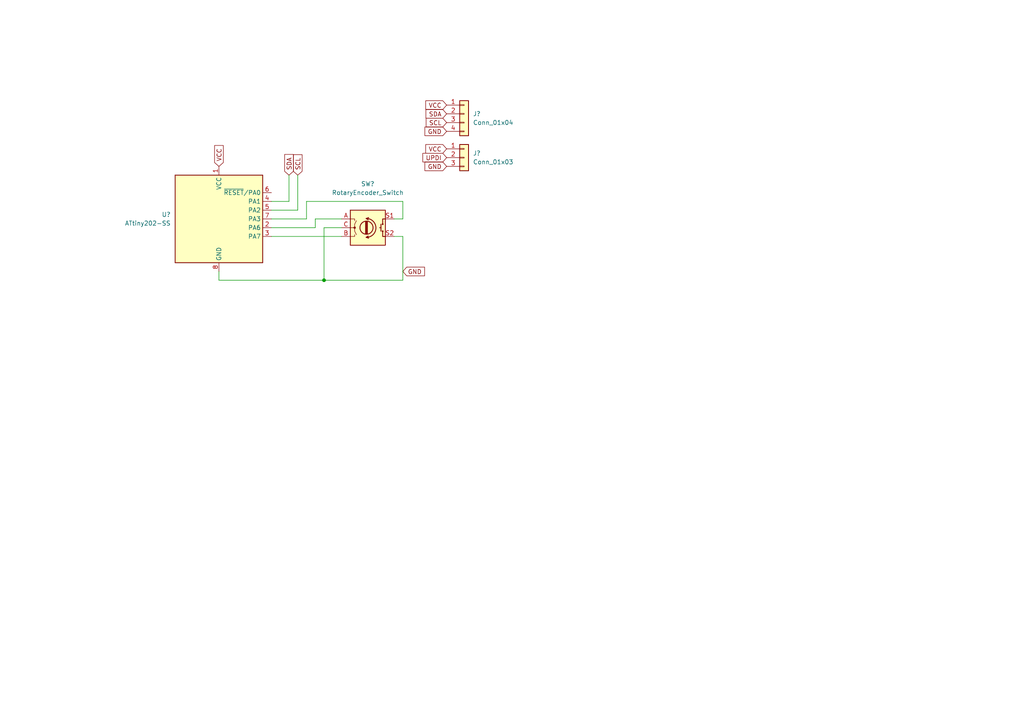
<source format=kicad_sch>
(kicad_sch (version 20211123) (generator eeschema)
  (paper "A4")
  (lib_symbols
    (symbol "Connector_Generic:Conn_01x03" (pin_names (offset 1.016) hide)
      (property "Reference" "J" (at 0 5.08 0))
      (property "Value" "Conn_01x03" (at 0 -5.08 0))
      (symbol "Conn_01x03_1_1"
        (rectangle (start -1.27 -2.413) (end 0 -2.667) (stroke (width 0.1524)))
        (rectangle (start -1.27 0.127) (end 0 -0.127) (stroke (width 0.1524)))
        (rectangle (start -1.27 2.667) (end 0 2.413) (stroke (width 0.1524)))
        (rectangle (start -1.27 3.81) (end 1.27 -3.81) (stroke (width 0.254)) (fill (type background)))
        (pin passive line (at -5.08 2.54 0) (length 3.81) (name "Pin_1") (number "1"))
        (pin passive line (at -5.08 0 0) (length 3.81) (name "Pin_2") (number "2"))
        (pin passive line (at -5.08 -2.54 0) (length 3.81) (name "Pin_3") (number "3"))
      )
    )
    (symbol "Connector_Generic:Conn_01x04" (pin_names (offset 1.016) hide)
      (property "Reference" "J" (at 0 5.08 0))
      (property "Value" "Conn_01x04" (at 0 -7.62 0))
      (symbol "Conn_01x04_1_1"
        (rectangle (start -1.27 -4.953) (end 0 -5.207) (stroke (width 0.1524)))
        (rectangle (start -1.27 -2.413) (end 0 -2.667) (stroke (width 0.1524)))
        (rectangle (start -1.27 0.127) (end 0 -0.127) (stroke (width 0.1524)))
        (rectangle (start -1.27 2.667) (end 0 2.413) (stroke (width 0.1524)))
        (rectangle (start -1.27 3.81) (end 1.27 -6.35) (stroke (width 0.254)) (fill (type background)))
        (pin passive line (at -5.08 2.54 0) (length 3.81) (name "Pin_1") (number "1"))
        (pin passive line (at -5.08 0 0) (length 3.81) (name "Pin_2") (number "2"))
        (pin passive line (at -5.08 -2.54 0) (length 3.81) (name "Pin_3") (number "3"))
        (pin passive line (at -5.08 -5.08 0) (length 3.81) (name "Pin_4") (number "4"))
      )
    )
    (symbol "Device:RotaryEncoder_Switch" (pin_names (offset 0.254) hide)
      (property "Reference" "SW" (at 0 6.604 0))
      (property "Value" "RotaryEncoder_Switch" (at 0 -6.604 0))
      (symbol "RotaryEncoder_Switch_0_1"
        (rectangle (start -5.08 5.08) (end 5.08 -5.08) (stroke (width 0.254)) (fill (type background)))
        (circle (center -3.81 0) (radius 0.254) (fill (type outline)))
        (arc (start -0.381 -2.794) (mid 2.3622 -0.0508) (end -0.381 2.667) (stroke (width 0.254)))
        (circle (center -0.381 0) (radius 1.905) (stroke (width 0.254)))
        (polyline (pts (xy -0.635 -1.778) (xy -0.635 1.778)) (stroke (width 0.254)))
        (polyline (pts (xy -0.381 -1.778) (xy -0.381 1.778)) (stroke (width 0.254)))
        (polyline (pts (xy -0.127 1.778) (xy -0.127 -1.778)) (stroke (width 0.254)))
        (polyline (pts (xy 3.81 0) (xy 3.429 0)) (stroke (width 0.254)))
        (polyline (pts (xy 3.81 1.016) (xy 3.81 -1.016)) (stroke (width 0.254)))
        (polyline (pts (xy -5.08 -2.54) (xy -3.81 -2.54) (xy -3.81 -2.032)))
        (polyline (pts (xy -5.08 2.54) (xy -3.81 2.54) (xy -3.81 2.032)))
        (polyline (pts (xy 0.254 -3.048) (xy -0.508 -2.794) (xy 0.127 -2.413)) (stroke (width 0.254)))
        (polyline (pts (xy 0.254 2.921) (xy -0.508 2.667) (xy 0.127 2.286)) (stroke (width 0.254)))
        (polyline (pts (xy 5.08 -2.54) (xy 4.318 -2.54) (xy 4.318 -1.016)) (stroke (width 0.254)))
        (polyline (pts (xy 5.08 2.54) (xy 4.318 2.54) (xy 4.318 1.016)) (stroke (width 0.254)))
        (polyline (pts (xy -5.08 0) (xy -3.81 0) (xy -3.81 -1.016) (xy -3.302 -2.032)))
        (polyline (pts (xy -4.318 0) (xy -3.81 0) (xy -3.81 1.016) (xy -3.302 2.032)))
        (circle (center 4.318 -1.016) (radius 0.127) (stroke (width 0.254)))
        (circle (center 4.318 1.016) (radius 0.127) (stroke (width 0.254)))
      )
      (symbol "RotaryEncoder_Switch_1_1"
        (pin passive line (at -7.62 2.54 0) (length 2.54) (name "A") (number "A"))
        (pin passive line (at -7.62 -2.54 0) (length 2.54) (name "B") (number "B"))
        (pin passive line (at -7.62 0 0) (length 2.54) (name "C") (number "C"))
        (pin passive line (at 7.62 2.54 180) (length 2.54) (name "S1") (number "S1"))
        (pin passive line (at 7.62 -2.54 180) (length 2.54) (name "S2") (number "S2"))
      )
    )
    (symbol "MCU_Microchip_ATtiny:ATtiny202-SS"
      (property "Reference" "U" (at -12.7 13.97 0))
      (property "Value" "ATtiny202-SS" (at 2.54 -13.97 0))
      (symbol "ATtiny202-SS_0_1"
        (rectangle (start -12.7 -12.7) (end 12.7 12.7) (stroke (width 0.254)) (fill (type background)))
      )
      (symbol "ATtiny202-SS_1_1"
        (pin power_in line (at 0 15.24 270) (length 2.54) (name "VCC") (number "1"))
        (pin bidirectional line (at 15.24 -2.54 180) (length 2.54) (name "PA6") (number "2"))
        (pin bidirectional line (at 15.24 -5.08 180) (length 2.54) (name "PA7") (number "3"))
        (pin bidirectional line (at 15.24 5.08 180) (length 2.54) (name "PA1") (number "4"))
        (pin bidirectional line (at 15.24 2.54 180) (length 2.54) (name "PA2") (number "5"))
        (pin bidirectional line (at 15.24 7.62 180) (length 2.54) (name "~{RESET}/PA0") (number "6"))
        (pin bidirectional line (at 15.24 0 180) (length 2.54) (name "PA3") (number "7"))
        (pin power_in line (at 0 -15.24 90) (length 2.54) (name "GND") (number "8"))
      )
    )
  )
  (junction (at 93.98 81.28))
  (wire (pts (xy 91.44 66.04) (xy 91.44 63.5)))
  (wire (pts (xy 86.36 50.8) (xy 86.36 60.96)))
  (wire (pts (xy 63.5 81.28) (xy 93.98 81.28)))
  (wire (pts (xy 88.9 63.5) (xy 88.9 58.42)))
  (wire (pts (xy 114.3 63.5) (xy 116.84 63.5)))
  (wire (pts (xy 78.74 68.58) (xy 99.06 68.58)))
  (wire (pts (xy 116.84 68.58) (xy 114.3 68.58)))
  (wire (pts (xy 88.9 58.42) (xy 116.84 58.42)))
  (wire (pts (xy 78.74 63.5) (xy 88.9 63.5)))
  (wire (pts (xy 116.84 81.28) (xy 116.84 68.58)))
  (wire (pts (xy 83.82 50.8) (xy 83.82 58.42)))
  (wire (pts (xy 78.74 60.96) (xy 86.36 60.96)))
  (wire (pts (xy 78.74 66.04) (xy 91.44 66.04)))
  (wire (pts (xy 116.84 58.42) (xy 116.84 63.5)))
  (wire (pts (xy 93.98 66.04) (xy 93.98 81.28)))
  (wire (pts (xy 99.06 66.04) (xy 93.98 66.04)))
  (wire (pts (xy 78.74 58.42) (xy 83.82 58.42)))
  (wire (pts (xy 63.5 78.74) (xy 63.5 81.28)))
  (wire (pts (xy 93.98 81.28) (xy 116.84 81.28)))
  (wire (pts (xy 91.44 63.5) (xy 99.06 63.5)))
  (global_label "SCL" (shape input) (at 129.54 35.56 180) (property "Intersheet References" "${INTERSHEET_REFS}" (effects hide)))
  (global_label "SCL" (shape input) (at 86.36 50.8 90) (property "Intersheet References" "${INTERSHEET_REFS}" (effects hide)))
  (global_label "GND" (shape input) (at 129.54 48.26 180) (property "Intersheet References" "${INTERSHEET_REFS}" (effects hide)))
  (global_label "GND" (shape input) (at 129.54 38.1 180) (property "Intersheet References" "${INTERSHEET_REFS}" (effects hide)))
  (global_label "VCC" (shape input) (at 129.54 43.18 180) (property "Intersheet References" "${INTERSHEET_REFS}" (effects hide)))
  (global_label "VCC" (shape input) (at 129.54 30.48 180) (property "Intersheet References" "${INTERSHEET_REFS}" (effects hide)))
  (global_label "SDA" (shape input) (at 83.82 50.8 90) (property "Intersheet References" "${INTERSHEET_REFS}" (effects hide)))
  (global_label "VCC" (shape input) (at 63.5 48.26 90) (property "Intersheet References" "${INTERSHEET_REFS}" (effects hide)))
  (global_label "UPDI" (shape input) (at 129.54 45.72 180) (property "Intersheet References" "${INTERSHEET_REFS}" (effects hide)))
  (global_label "SDA" (shape input) (at 129.54 33.02 180) (property "Intersheet References" "${INTERSHEET_REFS}" (effects hide)))
  (global_label "GND" (shape input) (at 116.84 78.74 0) (property "Intersheet References" "${INTERSHEET_REFS}" (effects hide)))
  (symbol (lib_id "Device:RotaryEncoder_Switch") (at 106.68 66.04 0) (unit 1)
    (property "Reference" "SW?" (at 106.68 53.34 0))
    (property "Value" "RotaryEncoder_Switch" (at 106.68 55.88 0))
    (property "Footprint" "Rotary_Encoder:RotaryEncoder_Alps_EC11E-Switch_Vertical_H20mm" (effects hide))
  )
  (symbol (lib_id "MCU_Microchip_ATtiny:ATtiny202-SS") (at 63.5 63.5 0) (unit 1)
    (property "Reference" "U?" (at 49.53 62.2299 0) (effects (justify right)))
    (property "Value" "ATtiny202-SS" (at 49.53 64.7699 0) (effects (justify right)))
    (property "Footprint" "Package_SO:SOIC-8_3.9x4.9mm_P1.27mm" (effects hide))
    (property "Datasheet" "http://ww1.microchip.com/downloads/en/DeviceDoc/ATtiny202-402-AVR-MCU-with-Core-Independent-Peripherals_and-picoPower-40001969A.pdf" (effects hide))
  )
  (symbol (lib_id "Connector_Generic:Conn_01x04") (at 134.62 33.02 0) (unit 1)
    (property "Reference" "J?" (at 137.16 33.0199 0) (effects (justify left)))
    (property "Value" "Conn_01x04" (at 137.16 35.5599 0) (effects (justify left)))
    (property "Footprint" "Connector_JST:JST_XH_B4B-XH-A_1x04_P2.50mm_Vertical" (effects hide))
  )
  (symbol (lib_id "Connector_Generic:Conn_01x03") (at 134.62 45.72 0) (unit 1)
    (property "Reference" "J?" (at 137.16 44.4499 0) (effects (justify left)))
    (property "Value" "Conn_01x03" (at 137.16 46.9899 0) (effects (justify left)))
    (property "Footprint" "Connector_JST:JST_XH_B3B-XH-A_1x03_P2.50mm_Vertical" (effects hide))
  )
)
</source>
